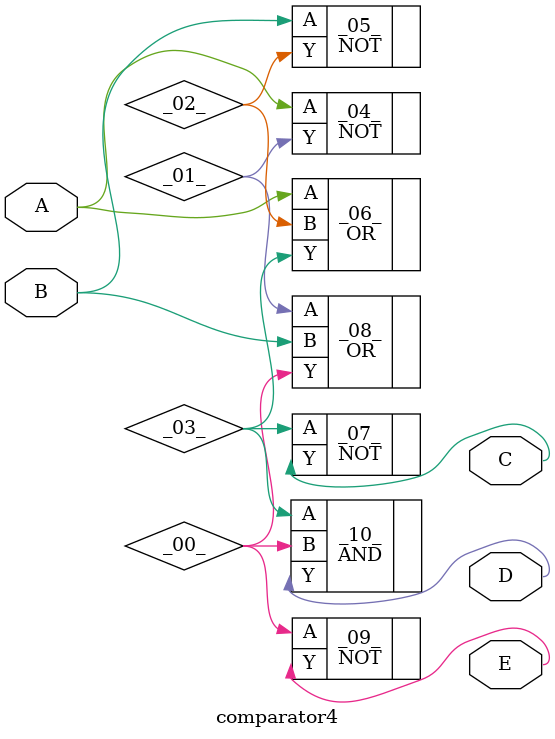
<source format=v>
/* Generated by Yosys 0.41+83 (git sha1 7045cf509, x86_64-w64-mingw32-g++ 13.2.1 -Os) */

/* cells_not_processed =  1  */
/* src = "comparator4.v:1.1-14.10" */
module comparator4(A, B, C, D, E);
  wire _00_;
  wire _01_;
  wire _02_;
  wire _03_;
  /* src = "comparator4.v:2.11-2.12" */
  input A;
  wire A;
  /* src = "comparator4.v:2.13-2.14" */
  input B;
  wire B;
  /* src = "comparator4.v:3.12-3.13" */
  output C;
  wire C;
  /* src = "comparator4.v:3.14-3.15" */
  output D;
  wire D;
  /* src = "comparator4.v:3.16-3.17" */
  output E;
  wire E;
  NOT _04_ (
    .A(A),
    .Y(_01_)
  );
  NOT _05_ (
    .A(B),
    .Y(_02_)
  );
  OR _06_ (
    .A(A),
    .B(_02_),
    .Y(_03_)
  );
  NOT _07_ (
    .A(_03_),
    .Y(C)
  );
  OR _08_ (
    .A(_01_),
    .B(B),
    .Y(_00_)
  );
  NOT _09_ (
    .A(_00_),
    .Y(E)
  );
  AND _10_ (
    .A(_03_),
    .B(_00_),
    .Y(D)
  );
endmodule

</source>
